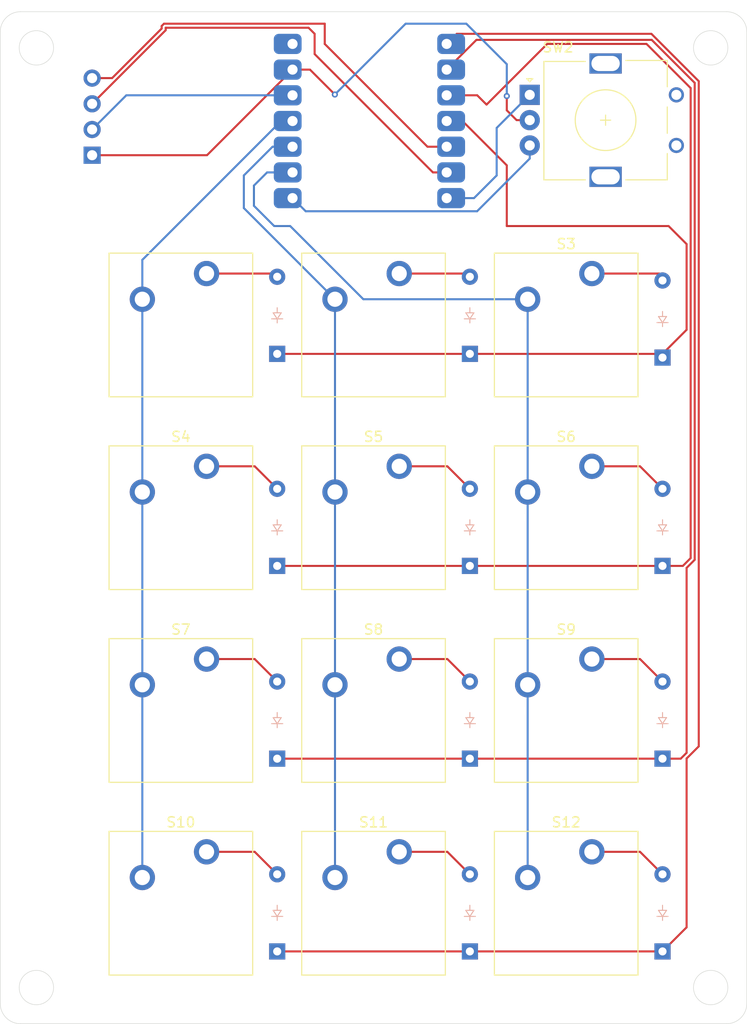
<source format=kicad_pcb>
(kicad_pcb (version 20240108) (generator "pcbnew") (generator_version "8.0")
  (layers (0 "F.Cu" signal) (31 "B.Cu" signal) (34 "B.Paste" user) (35 "F.Paste" user) (36 "B.SilkS" user "B.Silkscreen") (37 "F.SilkS" user "F.Silkscreen") (38 "B.Mask" user) (39 "F.Mask" user) (44 "Edge.Cuts" user))
  (net 0 "")
  (net 1 "Net-(D1-A)")
  (net 2 "Row 0")
  (net 3 "Net-(D2-A)")
  (net 4 "Net-(D3-A)")
  (net 5 "Row 1")
  (net 6 "Net-(D4-A)")
  (net 7 "Net-(D5-A)")
  (net 8 "Net-(D6-A)")
  (net 9 "Row 2")
  (net 10 "Net-(D7-A)")
  (net 11 "Net-(D8-A)")
  (net 12 "Net-(D9-A)")
  (net 13 "Row 3")
  (net 14 "Net-(D10-A)")
  (net 15 "Net-(D11-A)")
  (net 16 "Net-(D12-A)")
  (net 17 "Net-(J2-SCL)")
  (net 18 "+3.3V")
  (net 19 "Net-(J2-SDA)")
  (net 20 "GND")
  (net 21 "Column 0")
  (net 22 "Column 1")
  (net 23 "Column 2")
  (net 24 "Net-(U1-PB08_A6_D6_TX)")
  (net 25 "Net-(U1-PB09_A7_D7_RX)")
  (footprint "ScottoKeebs_MX:MX_PCB_1.00u" (layer "F.Cu") (at 142.875 123.825)
    (property "Reference" "S6" (at 0 -8 0) (layer "F.SilkS"))
    (property "Value" "Keyswitch")
    (fp_line (start -7.1 -7.1) (end -7.1 7.1) (stroke (width 0.12)) (layer "F.SilkS"))
    (fp_line (start -7.1 7.1) (end 7.1 7.1) (stroke (width 0.12)) (layer "F.SilkS"))
    (fp_line (start 7.1 -7.1) (end -7.1 -7.1) (stroke (width 0.12)) (layer "F.SilkS"))
    (fp_line (start 7.1 7.1) (end 7.1 -7.1) (stroke (width 0.12)) (layer "F.SilkS"))
    (pad "" np_thru_hole circle (at -5.08 0) (size 1.75 1.75) (drill 1.75) (layers "*.Cu" "*.Mask"))
    (pad "" np_thru_hole circle (at 0 0) (size 4 4) (drill 4) (layers "*.Cu" "*.Mask"))
    (pad "" np_thru_hole circle (at 5.08 0) (size 1.75 1.75) (drill 1.75) (layers "*.Cu" "*.Mask"))
    (pad "1" thru_hole circle (at -3.81 -2.54) (size 2.5 2.5) (drill 1.5) (layers "*.Cu" "*.Mask") (net 23 "Column 2"))
    (pad "2" thru_hole circle (at 2.54 -5.08) (size 2.5 2.5) (drill 1.5) (layers "*.Cu" "*.Mask") (net 8 "Net-(D6-A)"))
  )
  (footprint "Rotary_Encoder:RotaryEncoder_Alps_EC11E_Vertical_H20mm" (layer "F.Cu") (at 139.270504 82.034375)
    (property "Reference" "SW2" (at 2.8 -4.7 0) (layer "F.SilkS"))
    (property "Value" "RotaryEncoder")
    (fp_line (start -0.3 -1.6) (end 0.3 -1.6) (stroke (width 0.12)) (layer "F.SilkS"))
    (fp_line (start 0 -1.3) (end -0.3 -1.6) (stroke (width 0.12)) (layer "F.SilkS"))
    (fp_line (start 0.3 -1.6) (end 0 -1.3) (stroke (width 0.12)) (layer "F.SilkS"))
    (fp_line (start 1.4 -3.3) (end 1.4 8.4) (stroke (width 0.12)) (layer "F.SilkS"))
    (fp_line (start 5.5 -3.3) (end 1.4 -3.3) (stroke (width 0.12)) (layer "F.SilkS"))
    (fp_line (start 5.5 8.4) (end 1.4 8.4) (stroke (width 0.12)) (layer "F.SilkS"))
    (fp_line (start 7 2.5) (end 8 2.5) (stroke (width 0.12)) (layer "F.SilkS"))
    (fp_line (start 7.5 2) (end 7.5 3) (stroke (width 0.12)) (layer "F.SilkS"))
    (fp_line (start 9.5 -3.4) (end 13.6 -3.4) (stroke (width 0.12)) (layer "F.SilkS"))
    (fp_line (start 13.6 -3.4) (end 13.6 -0.8) (stroke (width 0.12)) (layer "F.SilkS"))
    (fp_line (start 13.6 1.2) (end 13.6 3.8) (stroke (width 0.12)) (layer "F.SilkS"))
    (fp_line (start 13.6 5.8) (end 13.6 8.4) (stroke (width 0.12)) (layer "F.SilkS"))
    (fp_line (start 13.6 8.4) (end 9.5 8.4) (stroke (width 0.12)) (layer "F.SilkS"))
    (fp_circle (center 7.5 2.5) (end 10.5 2.5) (stroke (width 0.12)) (fill none) (layer "F.SilkS"))
    (pad "" thru_hole circle (at 14.5 0) (size 1.5 1.5) (drill 1) (layers "*.Cu" "*.Mask"))
    (pad "" thru_hole circle (at 14.5 5) (size 1.5 1.5) (drill 1) (layers "*.Cu" "*.Mask"))
    (pad "A" thru_hole rect (at 0 0) (size 2 2) (drill 1) (layers "*.Cu" "*.Mask") (net 24 "Net-(U1-PB08_A6_D6_TX)"))
    (pad "B" thru_hole circle (at 0 5) (size 2 2) (drill 1) (layers "*.Cu" "*.Mask") (net 25 "Net-(U1-PB09_A7_D7_RX)"))
    (pad "C" thru_hole circle (at 0 2.5) (size 2 2) (drill 1) (layers "*.Cu" "*.Mask") (net 20 "GND"))
    (pad "MP" thru_hole rect (at 7.5 -3.1) (size 3.2 2) (drill oval 2.8 1.5) (layers "*.Cu" "*.Mask"))
    (pad "MP" thru_hole rect (at 7.5 8.1) (size 3.2 2) (drill oval 2.8 1.5) (layers "*.Cu" "*.Mask"))
  )
  (footprint "ScottoKeebs_MX:MX_PCB_1.00u" (layer "F.Cu") (at 104.775 142.875)
    (property "Reference" "S7" (at 0 -8 0) (layer "F.SilkS"))
    (property "Value" "Keyswitch")
    (fp_line (start -7.1 -7.1) (end -7.1 7.1) (stroke (width 0.12)) (layer "F.SilkS"))
    (fp_line (start -7.1 7.1) (end 7.1 7.1) (stroke (width 0.12)) (layer "F.SilkS"))
    (fp_line (start 7.1 -7.1) (end -7.1 -7.1) (stroke (width 0.12)) (layer "F.SilkS"))
    (fp_line (start 7.1 7.1) (end 7.1 -7.1) (stroke (width 0.12)) (layer "F.SilkS"))
    (pad "" np_thru_hole circle (at -5.08 0) (size 1.75 1.75) (drill 1.75) (layers "*.Cu" "*.Mask"))
    (pad "" np_thru_hole circle (at 0 0) (size 4 4) (drill 4) (layers "*.Cu" "*.Mask"))
    (pad "" np_thru_hole circle (at 5.08 0) (size 1.75 1.75) (drill 1.75) (layers "*.Cu" "*.Mask"))
    (pad "1" thru_hole circle (at -3.81 -2.54) (size 2.5 2.5) (drill 1.5) (layers "*.Cu" "*.Mask") (net 21 "Column 0"))
    (pad "2" thru_hole circle (at 2.54 -5.08) (size 2.5 2.5) (drill 1.5) (layers "*.Cu" "*.Mask") (net 10 "Net-(D7-A)"))
  )
  (footprint "ScottoKeebs_MX:MX_PCB_1.00u" (layer "F.Cu") (at 142.875 161.925)
    (property "Reference" "S12" (at 0 -8 0) (layer "F.SilkS"))
    (property "Value" "Keyswitch")
    (fp_line (start -7.1 -7.1) (end -7.1 7.1) (stroke (width 0.12)) (layer "F.SilkS"))
    (fp_line (start -7.1 7.1) (end 7.1 7.1) (stroke (width 0.12)) (layer "F.SilkS"))
    (fp_line (start 7.1 -7.1) (end -7.1 -7.1) (stroke (width 0.12)) (layer "F.SilkS"))
    (fp_line (start 7.1 7.1) (end 7.1 -7.1) (stroke (width 0.12)) (layer "F.SilkS"))
    (pad "" np_thru_hole circle (at -5.08 0) (size 1.75 1.75) (drill 1.75) (layers "*.Cu" "*.Mask"))
    (pad "" np_thru_hole circle (at 0 0) (size 4 4) (drill 4) (layers "*.Cu" "*.Mask"))
    (pad "" np_thru_hole circle (at 5.08 0) (size 1.75 1.75) (drill 1.75) (layers "*.Cu" "*.Mask"))
    (pad "1" thru_hole circle (at -3.81 -2.54) (size 2.5 2.5) (drill 1.5) (layers "*.Cu" "*.Mask") (net 23 "Column 2"))
    (pad "2" thru_hole circle (at 2.54 -5.08) (size 2.5 2.5) (drill 1.5) (layers "*.Cu" "*.Mask") (net 16 "Net-(D12-A)"))
  )
  (footprint "ScottoKeebs_MX:MX_PCB_1.00u" (layer "F.Cu") (at 123.825 123.825)
    (property "Reference" "S5" (at 0 -8 0) (layer "F.SilkS"))
    (property "Value" "Keyswitch")
    (fp_line (start -7.1 -7.1) (end -7.1 7.1) (stroke (width 0.12)) (layer "F.SilkS"))
    (fp_line (start -7.1 7.1) (end 7.1 7.1) (stroke (width 0.12)) (layer "F.SilkS"))
    (fp_line (start 7.1 -7.1) (end -7.1 -7.1) (stroke (width 0.12)) (layer "F.SilkS"))
    (fp_line (start 7.1 7.1) (end 7.1 -7.1) (stroke (width 0.12)) (layer "F.SilkS"))
    (pad "" np_thru_hole circle (at -5.08 0) (size 1.75 1.75) (drill 1.75) (layers "*.Cu" "*.Mask"))
    (pad "" np_thru_hole circle (at 0 0) (size 4 4) (drill 4) (layers "*.Cu" "*.Mask"))
    (pad "" np_thru_hole circle (at 5.08 0) (size 1.75 1.75) (drill 1.75) (layers "*.Cu" "*.Mask"))
    (pad "1" thru_hole circle (at -3.81 -2.54) (size 2.5 2.5) (drill 1.5) (layers "*.Cu" "*.Mask") (net 22 "Column 1"))
    (pad "2" thru_hole circle (at 2.54 -5.08) (size 2.5 2.5) (drill 1.5) (layers "*.Cu" "*.Mask") (net 7 "Net-(D5-A)"))
  )
  (footprint "ScottoKeebs_MX:MX_PCB_1.00u" (layer "F.Cu") (at 104.775 104.775)
    (property "Reference" "S1" (hide yes))
    (property "Value" "Keyswitch")
    (fp_line (start -7.1 -7.1) (end -7.1 7.1) (stroke (width 0.12)) (layer "F.SilkS"))
    (fp_line (start -7.1 7.1) (end 7.1 7.1) (stroke (width 0.12)) (layer "F.SilkS"))
    (fp_line (start 7.1 -7.1) (end -7.1 -7.1) (stroke (width 0.12)) (layer "F.SilkS"))
    (fp_line (start 7.1 7.1) (end 7.1 -7.1) (stroke (width 0.12)) (layer "F.SilkS"))
    (pad "" np_thru_hole circle (at -5.08 0) (size 1.75 1.75) (drill 1.75) (layers "*.Cu" "*.Mask"))
    (pad "" np_thru_hole circle (at 0 0) (size 4 4) (drill 4) (layers "*.Cu" "*.Mask"))
    (pad "" np_thru_hole circle (at 5.08 0) (size 1.75 1.75) (drill 1.75) (layers "*.Cu" "*.Mask"))
    (pad "1" thru_hole circle (at -3.81 -2.54) (size 2.5 2.5) (drill 1.5) (layers "*.Cu" "*.Mask") (net 21 "Column 0"))
    (pad "2" thru_hole circle (at 2.54 -5.08) (size 2.5 2.5) (drill 1.5) (layers "*.Cu" "*.Mask") (net 1 "Net-(D1-A)"))
  )
  (footprint "ScottoKeebs_Components:OLED_128x32" (layer "F.Cu") (at 94.4 78.2)
    (property "Reference" "J2" (hide yes))
    (property "Value" "OLED_128x32")
    (pad "1" thru_hole rect (at 1.6 9.8 180) (size 1.7 1.7) (drill 1) (layers "*.Cu" "*.Mask") (net 20 "GND"))
    (pad "2" thru_hole oval (at 1.6 7.26 180) (size 1.7 1.7) (drill 1) (layers "*.Cu" "*.Mask") (net 18 "+3.3V"))
    (pad "3" thru_hole oval (at 1.6 4.72 180) (size 1.7 1.7) (drill 1) (layers "*.Cu" "*.Mask") (net 17 "Net-(J2-SCL)"))
    (pad "4" thru_hole oval (at 1.6 2.18 180) (size 1.7 1.7) (drill 1) (layers "*.Cu" "*.Mask") (net 19 "Net-(J2-SDA)"))
  )
  (footprint "ScottoKeebs_MX:MX_PCB_1.00u" (layer "F.Cu") (at 123.825 104.775)
    (property "Reference" "S2" (hide yes))
    (property "Value" "Keyswitch")
    (fp_line (start -7.1 -7.1) (end -7.1 7.1) (stroke (width 0.12)) (layer "F.SilkS"))
    (fp_line (start -7.1 7.1) (end 7.1 7.1) (stroke (width 0.12)) (layer "F.SilkS"))
    (fp_line (start 7.1 -7.1) (end -7.1 -7.1) (stroke (width 0.12)) (layer "F.SilkS"))
    (fp_line (start 7.1 7.1) (end 7.1 -7.1) (stroke (width 0.12)) (layer "F.SilkS"))
    (pad "" np_thru_hole circle (at -5.08 0) (size 1.75 1.75) (drill 1.75) (layers "*.Cu" "*.Mask"))
    (pad "" np_thru_hole circle (at 0 0) (size 4 4) (drill 4) (layers "*.Cu" "*.Mask"))
    (pad "" np_thru_hole circle (at 5.08 0) (size 1.75 1.75) (drill 1.75) (layers "*.Cu" "*.Mask"))
    (pad "1" thru_hole circle (at -3.81 -2.54) (size 2.5 2.5) (drill 1.5) (layers "*.Cu" "*.Mask") (net 22 "Column 1"))
    (pad "2" thru_hole circle (at 2.54 -5.08) (size 2.5 2.5) (drill 1.5) (layers "*.Cu" "*.Mask") (net 3 "Net-(D2-A)"))
  )
  (footprint "ScottoKeebs_MX:MX_PCB_1.00u" (layer "F.Cu") (at 123.825 142.875)
    (property "Reference" "S8" (at 0 -8 0) (layer "F.SilkS"))
    (property "Value" "Keyswitch")
    (fp_line (start -7.1 -7.1) (end -7.1 7.1) (stroke (width 0.12)) (layer "F.SilkS"))
    (fp_line (start -7.1 7.1) (end 7.1 7.1) (stroke (width 0.12)) (layer "F.SilkS"))
    (fp_line (start 7.1 -7.1) (end -7.1 -7.1) (stroke (width 0.12)) (layer "F.SilkS"))
    (fp_line (start 7.1 7.1) (end 7.1 -7.1) (stroke (width 0.12)) (layer "F.SilkS"))
    (pad "" np_thru_hole circle (at -5.08 0) (size 1.75 1.75) (drill 1.75) (layers "*.Cu" "*.Mask"))
    (pad "" np_thru_hole circle (at 0 0) (size 4 4) (drill 4) (layers "*.Cu" "*.Mask"))
    (pad "" np_thru_hole circle (at 5.08 0) (size 1.75 1.75) (drill 1.75) (layers "*.Cu" "*.Mask"))
    (pad "1" thru_hole circle (at -3.81 -2.54) (size 2.5 2.5) (drill 1.5) (layers "*.Cu" "*.Mask") (net 22 "Column 1"))
    (pad "2" thru_hole circle (at 2.54 -5.08) (size 2.5 2.5) (drill 1.5) (layers "*.Cu" "*.Mask") (net 11 "Net-(D8-A)"))
  )
  (footprint "ScottoKeebs_MX:MX_PCB_1.00u" (layer "F.Cu") (at 104.775 161.925)
    (property "Reference" "S10" (at 0 -8 0) (layer "F.SilkS"))
    (property "Value" "Keyswitch")
    (fp_line (start -7.1 -7.1) (end -7.1 7.1) (stroke (width 0.12)) (layer "F.SilkS"))
    (fp_line (start -7.1 7.1) (end 7.1 7.1) (stroke (width 0.12)) (layer "F.SilkS"))
    (fp_line (start 7.1 -7.1) (end -7.1 -7.1) (stroke (width 0.12)) (layer "F.SilkS"))
    (fp_line (start 7.1 7.1) (end 7.1 -7.1) (stroke (width 0.12)) (layer "F.SilkS"))
    (pad "" np_thru_hole circle (at -5.08 0) (size 1.75 1.75) (drill 1.75) (layers "*.Cu" "*.Mask"))
    (pad "" np_thru_hole circle (at 0 0) (size 4 4) (drill 4) (layers "*.Cu" "*.Mask"))
    (pad "" np_thru_hole circle (at 5.08 0) (size 1.75 1.75) (drill 1.75) (layers "*.Cu" "*.Mask"))
    (pad "1" thru_hole circle (at -3.81 -2.54) (size 2.5 2.5) (drill 1.5) (layers "*.Cu" "*.Mask") (net 21 "Column 0"))
    (pad "2" thru_hole circle (at 2.54 -5.08) (size 2.5 2.5) (drill 1.5) (layers "*.Cu" "*.Mask") (net 14 "Net-(D10-A)"))
  )
  (footprint "ScottoKeebs_MX:MX_PCB_1.00u" (layer "F.Cu") (at 123.825 161.925)
    (property "Reference" "S11" (at 0 -8 0) (layer "F.SilkS"))
    (property "Value" "Keyswitch")
    (fp_line (start -7.1 -7.1) (end -7.1 7.1) (stroke (width 0.12)) (layer "F.SilkS"))
    (fp_line (start -7.1 7.1) (end 7.1 7.1) (stroke (width 0.12)) (layer "F.SilkS"))
    (fp_line (start 7.1 -7.1) (end -7.1 -7.1) (stroke (width 0.12)) (layer "F.SilkS"))
    (fp_line (start 7.1 7.1) (end 7.1 -7.1) (stroke (width 0.12)) (layer "F.SilkS"))
    (pad "" np_thru_hole circle (at -5.08 0) (size 1.75 1.75) (drill 1.75) (layers "*.Cu" "*.Mask"))
    (pad "" np_thru_hole circle (at 0 0) (size 4 4) (drill 4) (layers "*.Cu" "*.Mask"))
    (pad "" np_thru_hole circle (at 5.08 0) (size 1.75 1.75) (drill 1.75) (layers "*.Cu" "*.Mask"))
    (pad "1" thru_hole circle (at -3.81 -2.54) (size 2.5 2.5) (drill 1.5) (layers "*.Cu" "*.Mask") (net 22 "Column 1"))
    (pad "2" thru_hole circle (at 2.54 -5.08) (size 2.5 2.5) (drill 1.5) (layers "*.Cu" "*.Mask") (net 15 "Net-(D11-A)"))
  )
  (footprint "ScottoKeebs_MX:MX_PCB_1.00u" (layer "F.Cu") (at 142.875 104.775)
    (property "Reference" "S3" (at 0 -8 0) (layer "F.SilkS"))
    (property "Value" "Keyswitch")
    (fp_line (start -7.1 -7.1) (end -7.1 7.1) (stroke (width 0.12)) (layer "F.SilkS"))
    (fp_line (start -7.1 7.1) (end 7.1 7.1) (stroke (width 0.12)) (layer "F.SilkS"))
    (fp_line (start 7.1 -7.1) (end -7.1 -7.1) (stroke (width 0.12)) (layer "F.SilkS"))
    (fp_line (start 7.1 7.1) (end 7.1 -7.1) (stroke (width 0.12)) (layer "F.SilkS"))
    (pad "" np_thru_hole circle (at -5.08 0) (size 1.75 1.75) (drill 1.75) (layers "*.Cu" "*.Mask"))
    (pad "" np_thru_hole circle (at 0 0) (size 4 4) (drill 4) (layers "*.Cu" "*.Mask"))
    (pad "" np_thru_hole circle (at 5.08 0) (size 1.75 1.75) (drill 1.75) (layers "*.Cu" "*.Mask"))
    (pad "1" thru_hole circle (at -3.81 -2.54) (size 2.5 2.5) (drill 1.5) (layers "*.Cu" "*.Mask") (net 23 "Column 2"))
    (pad "2" thru_hole circle (at 2.54 -5.08) (size 2.5 2.5) (drill 1.5) (layers "*.Cu" "*.Mask") (net 4 "Net-(D3-A)"))
  )
  (footprint "ScottoKeebs_MX:MX_PCB_1.00u" (layer "F.Cu") (at 142.875 142.875)
    (property "Reference" "S9" (at 0 -8 0) (layer "F.SilkS"))
    (property "Value" "Keyswitch")
    (fp_line (start -7.1 -7.1) (end -7.1 7.1) (stroke (width 0.12)) (layer "F.SilkS"))
    (fp_line (start -7.1 7.1) (end 7.1 7.1) (stroke (width 0.12)) (layer "F.SilkS"))
    (fp_line (start 7.1 -7.1) (end -7.1 -7.1) (stroke (width 0.12)) (layer "F.SilkS"))
    (fp_line (start 7.1 7.1) (end 7.1 -7.1) (stroke (width 0.12)) (layer "F.SilkS"))
    (pad "" np_thru_hole circle (at -5.08 0) (size 1.75 1.75) (drill 1.75) (layers "*.Cu" "*.Mask"))
    (pad "" np_thru_hole circle (at 0 0) (size 4 4) (drill 4) (layers "*.Cu" "*.Mask"))
    (pad "" np_thru_hole circle (at 5.08 0) (size 1.75 1.75) (drill 1.75) (layers "*.Cu" "*.Mask"))
    (pad "1" thru_hole circle (at -3.81 -2.54) (size 2.5 2.5) (drill 1.5) (layers "*.Cu" "*.Mask") (net 23 "Column 2"))
    (pad "2" thru_hole circle (at 2.54 -5.08) (size 2.5 2.5) (drill 1.5) (layers "*.Cu" "*.Mask") (net 12 "Net-(D9-A)"))
  )
  (footprint "ScottoKeebs_MX:MX_PCB_1.00u" (layer "F.Cu") (at 104.775 123.825)
    (property "Reference" "S4" (at 0 -8 0) (layer "F.SilkS"))
    (property "Value" "Keyswitch")
    (fp_line (start -7.1 -7.1) (end -7.1 7.1) (stroke (width 0.12)) (layer "F.SilkS"))
    (fp_line (start -7.1 7.1) (end 7.1 7.1) (stroke (width 0.12)) (layer "F.SilkS"))
    (fp_line (start 7.1 -7.1) (end -7.1 -7.1) (stroke (width 0.12)) (layer "F.SilkS"))
    (fp_line (start 7.1 7.1) (end 7.1 -7.1) (stroke (width 0.12)) (layer "F.SilkS"))
    (pad "" np_thru_hole circle (at -5.08 0) (size 1.75 1.75) (drill 1.75) (layers "*.Cu" "*.Mask"))
    (pad "" np_thru_hole circle (at 0 0) (size 4 4) (drill 4) (layers "*.Cu" "*.Mask"))
    (pad "" np_thru_hole circle (at 5.08 0) (size 1.75 1.75) (drill 1.75) (layers "*.Cu" "*.Mask"))
    (pad "1" thru_hole circle (at -3.81 -2.54) (size 2.5 2.5) (drill 1.5) (layers "*.Cu" "*.Mask") (net 21 "Column 0"))
    (pad "2" thru_hole circle (at 2.54 -5.08) (size 2.5 2.5) (drill 1.5) (layers "*.Cu" "*.Mask") (net 6 "Net-(D4-A)"))
  )
  (footprint "ScottoKeebs_Components:Diode_DO-35" (layer "B.Cu") (at 152.4 147.6375 90)
    (property "Reference" "D9" (hide yes))
    (property "Value" "Diode" (hide yes))
    (fp_line (start 3.46 -0.55) (end 3.46 0.55) (stroke (width 0.1)) (layer "B.SilkS"))
    (fp_line (start 4.06 -0.4) (end 4.06 0.4) (stroke (width 0.1)) (layer "B.SilkS"))
    (fp_line (start 4.56 0) (end 4.06 0) (stroke (width 0.1)) (layer "B.SilkS"))
    (fp_line (start 3.46 0) (end 4.06 -0.4) (stroke (width 0.1)) (layer "B.SilkS"))
    (fp_line (start 3.46 0) (end 3.06 0) (stroke (width 0.1)) (layer "B.SilkS"))
    (fp_line (start 4.06 0.4) (end 3.46 0) (stroke (width 0.1)) (layer "B.SilkS"))
    (pad "1" thru_hole rect (at 0 0 90) (size 1.6 1.6) (drill 0.8) (layers "*.Cu" "*.Mask") (net 9 "Row 2"))
    (pad "2" thru_hole oval (at 7.62 0 90) (size 1.6 1.6) (drill 0.8) (layers "*.Cu" "*.Mask") (net 12 "Net-(D9-A)"))
  )
  (footprint "ScottoKeebs_Components:Diode_DO-35" (layer "B.Cu") (at 114.3 107.6325 90)
    (property "Reference" "D1" (hide yes))
    (property "Value" "Diode" (hide yes))
    (fp_line (start 3.46 -0.55) (end 3.46 0.55) (stroke (width 0.1)) (layer "B.SilkS"))
    (fp_line (start 4.06 -0.4) (end 4.06 0.4) (stroke (width 0.1)) (layer "B.SilkS"))
    (fp_line (start 4.56 0) (end 4.06 0) (stroke (width 0.1)) (layer "B.SilkS"))
    (fp_line (start 3.46 0) (end 4.06 -0.4) (stroke (width 0.1)) (layer "B.SilkS"))
    (fp_line (start 3.46 0) (end 3.06 0) (stroke (width 0.1)) (layer "B.SilkS"))
    (fp_line (start 4.06 0.4) (end 3.46 0) (stroke (width 0.1)) (layer "B.SilkS"))
    (pad "1" thru_hole rect (at 0 0 90) (size 1.6 1.6) (drill 0.8) (layers "*.Cu" "*.Mask") (net 2 "Row 0"))
    (pad "2" thru_hole oval (at 7.62 0 90) (size 1.6 1.6) (drill 0.8) (layers "*.Cu" "*.Mask") (net 1 "Net-(D1-A)"))
  )
  (footprint "ScottoKeebs_Components:Diode_DO-35" (layer "B.Cu") (at 133.35 128.5875 90)
    (property "Reference" "D5" (hide yes))
    (property "Value" "Diode" (hide yes))
    (fp_line (start 3.46 -0.55) (end 3.46 0.55) (stroke (width 0.1)) (layer "B.SilkS"))
    (fp_line (start 4.06 -0.4) (end 4.06 0.4) (stroke (width 0.1)) (layer "B.SilkS"))
    (fp_line (start 4.56 0) (end 4.06 0) (stroke (width 0.1)) (layer "B.SilkS"))
    (fp_line (start 3.46 0) (end 4.06 -0.4) (stroke (width 0.1)) (layer "B.SilkS"))
    (fp_line (start 3.46 0) (end 3.06 0) (stroke (width 0.1)) (layer "B.SilkS"))
    (fp_line (start 4.06 0.4) (end 3.46 0) (stroke (width 0.1)) (layer "B.SilkS"))
    (pad "1" thru_hole rect (at 0 0 90) (size 1.6 1.6) (drill 0.8) (layers "*.Cu" "*.Mask") (net 5 "Row 1"))
    (pad "2" thru_hole oval (at 7.62 0 90) (size 1.6 1.6) (drill 0.8) (layers "*.Cu" "*.Mask") (net 7 "Net-(D5-A)"))
  )
  (footprint "ScottoKeebs_Components:Diode_DO-35" (layer "B.Cu") (at 133.35 166.6875 90)
    (property "Reference" "D11" (hide yes))
    (property "Value" "Diode" (hide yes))
    (fp_line (start 3.46 -0.55) (end 3.46 0.55) (stroke (width 0.1)) (layer "B.SilkS"))
    (fp_line (start 4.06 -0.4) (end 4.06 0.4) (stroke (width 0.1)) (layer "B.SilkS"))
    (fp_line (start 4.56 0) (end 4.06 0) (stroke (width 0.1)) (layer "B.SilkS"))
    (fp_line (start 3.46 0) (end 4.06 -0.4) (stroke (width 0.1)) (layer "B.SilkS"))
    (fp_line (start 3.46 0) (end 3.06 0) (stroke (width 0.1)) (layer "B.SilkS"))
    (fp_line (start 4.06 0.4) (end 3.46 0) (stroke (width 0.1)) (layer "B.SilkS"))
    (pad "1" thru_hole rect (at 0 0 90) (size 1.6 1.6) (drill 0.8) (layers "*.Cu" "*.Mask") (net 13 "Row 3"))
    (pad "2" thru_hole oval (at 7.62 0 90) (size 1.6 1.6) (drill 0.8) (layers "*.Cu" "*.Mask") (net 15 "Net-(D11-A)"))
  )
  (footprint "ScottoKeebs_MCU:Seeed_XIAO_RP2040" (layer "B.Cu") (at 123.437086 84.62 180)
    (property "Reference" "U1" (hide yes))
    (property "Value" "MCU_Seeed_XIAO_RP2040" (hide yes))
    (pad "1" smd roundrect (at -8.065 7.62 180) (size 2.75 2) (layers "B.Cu" "B.Paste" "B.Mask") (net 13 "Row 3"))
    (pad "1" thru_hole rect (at -7.62 7.62 90) (size 1.6 1.6) (drill 1) (layers "*.Cu" "*.Mask") (net 13 "Row 3"))
    (pad "2" smd roundrect (at -8.065 5.08 180) (size 2.75 2) (layers "B.Cu" "B.Paste" "B.Mask") (net 9 "Row 2"))
    (pad "2" thru_hole circle (at -7.62 5.08 90) (size 1.6 1.6) (drill 1) (layers "*.Cu" "*.Mask") (net 9 "Row 2"))
    (pad "3" smd roundrect (at -8.065 2.54 180) (size 2.75 2) (layers "B.Cu" "B.Paste" "B.Mask") (net 5 "Row 1"))
    (pad "3" thru_hole circle (at -7.62 2.54 90) (size 1.6 1.6) (drill 1) (layers "*.Cu" "*.Mask") (net 5 "Row 1"))
    (pad "4" smd roundrect (at -8.065 0 180) (size 2.75 2) (layers "B.Cu" "B.Paste" "B.Mask") (net 2 "Row 0"))
    (pad "4" thru_hole circle (at -7.62 0 90) (size 1.6 1.6) (drill 1) (layers "*.Cu" "*.Mask") (net 2 "Row 0"))
    (pad "5" smd roundrect (at -8.065 -2.54 180) (size 2.75 2) (layers "B.Cu" "B.Paste" "B.Mask") (net 19 "Net-(J2-SDA)"))
    (pad "5" thru_hole circle (at -7.62 -2.54 90) (size 1.6 1.6) (drill 1) (layers "*.Cu" "*.Mask") (net 19 "Net-(J2-SDA)"))
    (pad "6" smd roundrect (at -8.065 -5.08 180) (size 2.75 2) (layers "B.Cu" "B.Paste" "B.Mask") (net 17 "Net-(J2-SCL)"))
    (pad "6" thru_hole circle (at -7.62 -5.08 90) (size 1.6 1.6) (drill 1) (layers "*.Cu" "*.Mask") (net 17 "Net-(J2-SCL)"))
    (pad "7" smd roundrect (at -8.065 -7.62 180) (size 2.75 2) (layers "B.Cu" "B.Paste" "B.Mask") (net 24 "Net-(U1-PB08_A6_D6_TX)"))
    (pad "7" thru_hole circle (at -7.62 -7.62 90) (size 1.6 1.6) (drill 1) (layers "*.Cu" "*.Mask") (net 24 "Net-(U1-PB08_A6_D6_TX)"))
    (pad "8" thru_hole circle (at 7.62 -7.62 90) (size 1.6 1.6) (drill 1) (layers "*.Cu" "*.Mask") (net 25 "Net-(U1-PB09_A7_D7_RX)"))
    (pad "8" smd roundrect (at 8.1 -7.62 180) (size 2.75 2) (layers "B.Cu" "B.Paste" "B.Mask") (net 25 "Net-(U1-PB09_A7_D7_RX)"))
    (pad "9" thru_hole circle (at 7.62 -5.08 90) (size 1.6 1.6) (drill 1) (layers "*.Cu" "*.Mask") (net 23 "Column 2"))
    (pad "9" smd roundrect (at 8.1 -5.08 180) (size 2.75 2) (layers "B.Cu" "B.Paste" "B.Mask") (net 23 "Column 2"))
    (pad "10" thru_hole circle (at 7.62 -2.54 90) (size 1.6 1.6) (drill 1) (layers "*.Cu" "*.Mask") (net 22 "Column 1"))
    (pad "10" smd roundrect (at 8.1 -2.54 180) (size 2.75 2) (layers "B.Cu" "B.Paste" "B.Mask") (net 22 "Column 1"))
    (pad "11" thru_hole circle (at 7.62 0 90) (size 1.6 1.6) (drill 1) (layers "*.Cu" "*.Mask") (net 21 "Column 0"))
    (pad "11" smd roundrect (at 8.1 0 180) (size 2.75 2) (layers "B.Cu" "B.Paste" "B.Mask") (net 21 "Column 0"))
    (pad "12" thru_hole circle (at 7.62 2.54 90) (size 1.6 1.6) (drill 1) (layers "*.Cu" "*.Mask") (net 18 "+3.3V"))
    (pad "12" smd roundrect (at 8.1 2.54 180) (size 2.75 2) (layers "B.Cu" "B.Paste" "B.Mask") (net 18 "+3.3V"))
    (pad "13" thru_hole circle (at 7.62 5.08 90) (size 1.6 1.6) (drill 1) (layers "*.Cu" "*.Mask") (net 20 "GND"))
    (pad "13" smd roundrect (at 8.1 5.08 180) (size 2.75 2) (layers "B.Cu" "B.Paste" "B.Mask") (net 20 "GND"))
    (pad "14" thru_hole circle (at 7.62 7.62 90) (size 1.6 1.6) (drill 1) (layers "*.Cu" "*.Mask"))
    (pad "14" smd roundrect (at 8.1 7.62 180) (size 2.75 2) (layers "B.Cu" "B.Paste" "B.Mask"))
  )
  (footprint "ScottoKeebs_Components:Diode_DO-35" (layer "B.Cu") (at 133.35 147.6375 90)
    (property "Reference" "D8" (hide yes))
    (property "Value" "Diode" (hide yes))
    (fp_line (start 3.46 -0.55) (end 3.46 0.55) (stroke (width 0.1)) (layer "B.SilkS"))
    (fp_line (start 4.06 -0.4) (end 4.06 0.4) (stroke (width 0.1)) (layer "B.SilkS"))
    (fp_line (start 4.56 0) (end 4.06 0) (stroke (width 0.1)) (layer "B.SilkS"))
    (fp_line (start 3.46 0) (end 4.06 -0.4) (stroke (width 0.1)) (layer "B.SilkS"))
    (fp_line (start 3.46 0) (end 3.06 0) (stroke (width 0.1)) (layer "B.SilkS"))
    (fp_line (start 4.06 0.4) (end 3.46 0) (stroke (width 0.1)) (layer "B.SilkS"))
    (pad "1" thru_hole rect (at 0 0 90) (size 1.6 1.6) (drill 0.8) (layers "*.Cu" "*.Mask") (net 9 "Row 2"))
    (pad "2" thru_hole oval (at 7.62 0 90) (size 1.6 1.6) (drill 0.8) (layers "*.Cu" "*.Mask") (net 11 "Net-(D8-A)"))
  )
  (footprint "ScottoKeebs_Components:Diode_DO-35" (layer "B.Cu") (at 114.3 147.6375 90)
    (property "Reference" "D7" (hide yes))
    (property "Value" "Diode" (hide yes))
    (fp_line (start 3.46 -0.55) (end 3.46 0.55) (stroke (width 0.1)) (layer "B.SilkS"))
    (fp_line (start 4.06 -0.4) (end 4.06 0.4) (stroke (width 0.1)) (layer "B.SilkS"))
    (fp_line (start 4.56 0) (end 4.06 0) (stroke (width 0.1)) (layer "B.SilkS"))
    (fp_line (start 3.46 0) (end 4.06 -0.4) (stroke (width 0.1)) (layer "B.SilkS"))
    (fp_line (start 3.46 0) (end 3.06 0) (stroke (width 0.1)) (layer "B.SilkS"))
    (fp_line (start 4.06 0.4) (end 3.46 0) (stroke (width 0.1)) (layer "B.SilkS"))
    (pad "1" thru_hole rect (at 0 0 90) (size 1.6 1.6) (drill 0.8) (layers "*.Cu" "*.Mask") (net 9 "Row 2"))
    (pad "2" thru_hole oval (at 7.62 0 90) (size 1.6 1.6) (drill 0.8) (layers "*.Cu" "*.Mask") (net 10 "Net-(D7-A)"))
  )
  (footprint "ScottoKeebs_Components:Diode_DO-35" (layer "B.Cu") (at 114.3 128.5875 90)
    (property "Reference" "D4" (hide yes))
    (property "Value" "Diode" (hide yes))
    (fp_line (start 3.46 -0.55) (end 3.46 0.55) (stroke (width 0.1)) (layer "B.SilkS"))
    (fp_line (start 4.06 -0.4) (end 4.06 0.4) (stroke (width 0.1)) (layer "B.SilkS"))
    (fp_line (start 4.56 0) (end 4.06 0) (stroke (width 0.1)) (layer "B.SilkS"))
    (fp_line (start 3.46 0) (end 4.06 -0.4) (stroke (width 0.1)) (layer "B.SilkS"))
    (fp_line (start 3.46 0) (end 3.06 0) (stroke (width 0.1)) (layer "B.SilkS"))
    (fp_line (start 4.06 0.4) (end 3.46 0) (stroke (width 0.1)) (layer "B.SilkS"))
    (pad "1" thru_hole rect (at 0 0 90) (size 1.6 1.6) (drill 0.8) (layers "*.Cu" "*.Mask") (net 5 "Row 1"))
    (pad "2" thru_hole oval (at 7.62 0 90) (size 1.6 1.6) (drill 0.8) (layers "*.Cu" "*.Mask") (net 6 "Net-(D4-A)"))
  )
  (footprint "ScottoKeebs_Components:Diode_DO-35" (layer "B.Cu") (at 133.35 107.6325 90)
    (property "Reference" "D2" (hide yes))
    (property "Value" "Diode" (hide yes))
    (fp_line (start 3.46 -0.55) (end 3.46 0.55) (stroke (width 0.1)) (layer "B.SilkS"))
    (fp_line (start 4.06 -0.4) (end 4.06 0.4) (stroke (width 0.1)) (layer "B.SilkS"))
    (fp_line (start 4.56 0) (end 4.06 0) (stroke (width 0.1)) (layer "B.SilkS"))
    (fp_line (start 3.46 0) (end 4.06 -0.4) (stroke (width 0.1)) (layer "B.SilkS"))
    (fp_line (start 3.46 0) (end 3.06 0) (stroke (width 0.1)) (layer "B.SilkS"))
    (fp_line (start 4.06 0.4) (end 3.46 0) (stroke (width 0.1)) (layer "B.SilkS"))
    (pad "1" thru_hole rect (at 0 0 90) (size 1.6 1.6) (drill 0.8) (layers "*.Cu" "*.Mask") (net 2 "Row 0"))
    (pad "2" thru_hole oval (at 7.62 0 90) (size 1.6 1.6) (drill 0.8) (layers "*.Cu" "*.Mask") (net 3 "Net-(D2-A)"))
  )
  (footprint "ScottoKeebs_Components:Diode_DO-35" (layer "B.Cu") (at 152.4 166.6875 90)
    (property "Reference" "D12" (hide yes))
    (property "Value" "Diode" (hide yes))
    (fp_line (start 3.46 -0.55) (end 3.46 0.55) (stroke (width 0.1)) (layer "B.SilkS"))
    (fp_line (start 4.06 -0.4) (end 4.06 0.4) (stroke (width 0.1)) (layer "B.SilkS"))
    (fp_line (start 4.56 0) (end 4.06 0) (stroke (width 0.1)) (layer "B.SilkS"))
    (fp_line (start 3.46 0) (end 4.06 -0.4) (stroke (width 0.1)) (layer "B.SilkS"))
    (fp_line (start 3.46 0) (end 3.06 0) (stroke (width 0.1)) (layer "B.SilkS"))
    (fp_line (start 4.06 0.4) (end 3.46 0) (stroke (width 0.1)) (layer "B.SilkS"))
    (pad "1" thru_hole rect (at 0 0 90) (size 1.6 1.6) (drill 0.8) (layers "*.Cu" "*.Mask") (net 13 "Row 3"))
    (pad "2" thru_hole oval (at 7.62 0 90) (size 1.6 1.6) (drill 0.8) (layers "*.Cu" "*.Mask") (net 16 "Net-(D12-A)"))
  )
  (footprint "ScottoKeebs_Components:Diode_DO-35" (layer "B.Cu") (at 152.4 108 90)
    (property "Reference" "D3" (hide yes))
    (property "Value" "Diode" (hide yes))
    (fp_line (start 3.46 -0.55) (end 3.46 0.55) (stroke (width 0.1)) (layer "B.SilkS"))
    (fp_line (start 4.06 -0.4) (end 4.06 0.4) (stroke (width 0.1)) (layer "B.SilkS"))
    (fp_line (start 4.56 0) (end 4.06 0) (stroke (width 0.1)) (layer "B.SilkS"))
    (fp_line (start 3.46 0) (end 4.06 -0.4) (stroke (width 0.1)) (layer "B.SilkS"))
    (fp_line (start 3.46 0) (end 3.06 0) (stroke (width 0.1)) (layer "B.SilkS"))
    (fp_line (start 4.06 0.4) (end 3.46 0) (stroke (width 0.1)) (layer "B.SilkS"))
    (pad "1" thru_hole rect (at 0 0 90) (size 1.6 1.6) (drill 0.8) (layers "*.Cu" "*.Mask") (net 2 "Row 0"))
    (pad "2" thru_hole oval (at 7.62 0 90) (size 1.6 1.6) (drill 0.8) (layers "*.Cu" "*.Mask") (net 4 "Net-(D3-A)"))
  )
  (footprint "ScottoKeebs_Components:Diode_DO-35" (layer "B.Cu") (at 114.3 166.6875 90)
    (property "Reference" "D10" (hide yes))
    (property "Value" "Diode" (hide yes))
    (fp_line (start 3.46 -0.55) (end 3.46 0.55) (stroke (width 0.1)) (layer "B.SilkS"))
    (fp_line (start 4.06 -0.4) (end 4.06 0.4) (stroke (width 0.1)) (layer "B.SilkS"))
    (fp_line (start 4.56 0) (end 4.06 0) (stroke (width 0.1)) (layer "B.SilkS"))
    (fp_line (start 3.46 0) (end 4.06 -0.4) (stroke (width 0.1)) (layer "B.SilkS"))
    (fp_line (start 3.46 0) (end 3.06 0) (stroke (width 0.1)) (layer "B.SilkS"))
    (fp_line (start 4.06 0.4) (end 3.46 0) (stroke (width 0.1)) (layer "B.SilkS"))
    (pad "1" thru_hole rect (at 0 0 90) (size 1.6 1.6) (drill 0.8) (layers "*.Cu" "*.Mask") (net 13 "Row 3"))
    (pad "2" thru_hole oval (at 7.62 0 90) (size 1.6 1.6) (drill 0.8) (layers "*.Cu" "*.Mask") (net 14 "Net-(D10-A)"))
  )
  (footprint "ScottoKeebs_Components:Diode_DO-35" (layer "B.Cu") (at 152.4 128.5875 90)
    (property "Reference" "D6" (hide yes))
    (property "Value" "Diode" (hide yes))
    (fp_line (start 3.46 -0.55) (end 3.46 0.55) (stroke (width 0.1)) (layer "B.SilkS"))
    (fp_line (start 4.06 -0.4) (end 4.06 0.4) (stroke (width 0.1)) (layer "B.SilkS"))
    (fp_line (start 4.56 0) (end 4.06 0) (stroke (width 0.1)) (layer "B.SilkS"))
    (fp_line (start 3.46 0) (end 4.06 -0.4) (stroke (width 0.1)) (layer "B.SilkS"))
    (fp_line (start 3.46 0) (end 3.06 0) (stroke (width 0.1)) (layer "B.SilkS"))
    (fp_line (start 4.06 0.4) (end 3.46 0) (stroke (width 0.1)) (layer "B.SilkS"))
    (pad "1" thru_hole rect (at 0 0 90) (size 1.6 1.6) (drill 0.8) (layers "*.Cu" "*.Mask") (net 5 "Row 1"))
    (pad "2" thru_hole oval (at 7.62 0 90) (size 1.6 1.6) (drill 0.8) (layers "*.Cu" "*.Mask") (net 8 "Net-(D6-A)"))
  )
  (gr_line (start 88.915625 73.81875) (end 158.734375 73.81875) (stroke (width 0.05)) (layer "Edge.Cuts"))
  (gr_arc (start 86.915625 75.81875) (mid 87.501397 74.404522) (end 88.915625 73.81875) (stroke (width 0.05)) (layer "Edge.Cuts"))
  (gr_arc (start 88.915625 173.83125) (mid 87.501397 173.245478) (end 86.915625 171.83125) (stroke (width 0.05)) (layer "Edge.Cuts"))
  (gr_line (start 160.734375 75.81875) (end 160.734375 171.83125) (stroke (width 0.05)) (layer "Edge.Cuts"))
  (gr_circle (center 90.4875 170.259375) (end 92.1875 170.259375) (stroke (width 0.05)) (fill none) (layer "Edge.Cuts"))
  (gr_arc (start 160.734375 171.83125) (mid 160.148603 173.245478) (end 158.734375 173.83125) (stroke (width 0.05)) (layer "Edge.Cuts"))
  (gr_line (start 86.915625 171.83125) (end 86.915625 75.81875) (stroke (width 0.05)) (layer "Edge.Cuts"))
  (gr_circle (center 90.4875 77.390625) (end 92.1875 77.390625) (stroke (width 0.05)) (fill none) (layer "Edge.Cuts"))
  (gr_line (start 158.734375 173.83125) (end 88.915625 173.83125) (stroke (width 0.05)) (layer "Edge.Cuts"))
  (gr_arc (start 158.734375 73.81875) (mid 160.148603 74.404522) (end 160.734375 75.81875) (stroke (width 0.05)) (layer "Edge.Cuts"))
  (gr_circle (center 157.1625 77.390625) (end 158.8625 77.390625) (stroke (width 0.05)) (fill none) (layer "Edge.Cuts"))
  (gr_circle (center 157.1625 170.259375) (end 158.8625 170.259375) (stroke (width 0.05)) (fill none) (layer "Edge.Cuts"))
  (segment (start 107.315 99.695) (end 113.9825 99.695) (width 0.2) (layer "F.Cu") (net 1))
  (segment (start 113.9825 99.695) (end 114.3 100.0125) (width 0.2) (layer "F.Cu") (net 1))
  (segment (start 152.4 107.6325) (end 154.78125 105.25125) (width 0.2) (layer "F.Cu") (net 2))
  (segment (start 137 95) (end 137 89) (width 0.2) (layer "F.Cu") (net 2))
  (segment (start 114.3 107.6325) (end 152.4 107.6325) (width 0.2) (layer "F.Cu") (net 2))
  (segment (start 154.78125 105.25125) (end 154.78125 96.78125) (width 0.2) (layer "F.Cu") (net 2))
  (segment (start 137 89) (end 132.62 84.62) (width 0.2) (layer "F.Cu") (net 2))
  (segment (start 132.62 84.62) (end 131.057086 84.62) (width 0.2) (layer "F.Cu") (net 2))
  (segment (start 153 95) (end 137 95) (width 0.2) (layer "F.Cu") (net 2))
  (segment (start 154.78125 96.78125) (end 153 95) (width 0.2) (layer "F.Cu") (net 2))
  (segment (start 133.0325 99.695) (end 133.35 100.0125) (width 0.2) (layer "F.Cu") (net 3))
  (segment (start 126.365 99.695) (end 133.0325 99.695) (width 0.2) (layer "F.Cu") (net 3))
  (segment (start 152.0825 99.695) (end 152.4 100.0125) (width 0.2) (layer "F.Cu") (net 4))
  (segment (start 145.415 99.695) (end 152.0825 99.695) (width 0.2) (layer "F.Cu") (net 4))
  (segment (start 134.08 82.08) (end 131.057086 82.08) (width 0.2) (layer "F.Cu") (net 5))
  (segment (start 154.4125 128.5875) (end 155.18125 127.81875) (width 0.2) (layer "F.Cu") (net 5))
  (segment (start 114.3 128.5875) (end 152.4 128.5875) (width 0.2) (layer "F.Cu") (net 5))
  (segment (start 135 83) (end 134.08 82.08) (width 0.2) (layer "F.Cu") (net 5))
  (segment (start 150.81875 77) (end 141 77) (width 0.2) (layer "F.Cu") (net 5))
  (segment (start 152.4 128.5875) (end 154.4125 128.5875) (width 0.2) (layer "F.Cu") (net 5))
  (segment (start 141 77) (end 135 83) (width 0.2) (layer "F.Cu") (net 5))
  (segment (start 155.18125 127.81875) (end 155.18125 81.3625) (width 0.2) (layer "F.Cu") (net 5))
  (segment (start 155.18125 81.3625) (end 150.81875 77) (width 0.2) (layer "F.Cu") (net 5))
  (segment (start 112.0775 118.745) (end 114.3 120.9675) (width 0.2) (layer "F.Cu") (net 6))
  (segment (start 107.315 118.745) (end 112.0775 118.745) (width 0.2) (layer "F.Cu") (net 6))
  (segment (start 126.365 118.745) (end 131.1275 118.745) (width 0.2) (layer "F.Cu") (net 7))
  (segment (start 131.1275 118.745) (end 133.35 120.9675) (width 0.2) (layer "F.Cu") (net 7))
  (segment (start 145.415 118.745) (end 150.1775 118.745) (width 0.2) (layer "F.Cu") (net 8))
  (segment (start 150.1775 118.745) (end 152.4 120.9675) (width 0.2) (layer "F.Cu") (net 8))
  (segment (start 154.78125 128.784436) (end 155.58125 127.984436) (width 0.2) (layer "F.Cu") (net 9))
  (segment (start 154.78125 147.05625) (end 154.78125 128.784436) (width 0.2) (layer "F.Cu") (net 9))
  (segment (start 154.2 147.6375) (end 154.78125 147.05625) (width 0.2) (layer "F.Cu") (net 9))
  (segment (start 114.3 147.6375) (end 152.4 147.6375) (width 0.2) (layer "F.Cu") (net 9))
  (segment (start 155.58125 80.847311) (end 151.333939 76.6) (width 0.2) (layer "F.Cu") (net 9))
  (segment (start 133.997086 76.6) (end 131.057086 79.54) (width 0.2) (layer "F.Cu") (net 9))
  (segment (start 152.4 147.6375) (end 154.2 147.6375) (width 0.2) (layer "F.Cu") (net 9))
  (segment (start 155.58125 127.984436) (end 155.58125 80.847311) (width 0.2) (layer "F.Cu") (net 9))
  (segment (start 151.333939 76.6) (end 133.997086 76.6) (width 0.2) (layer "F.Cu") (net 9))
  (segment (start 112.0775 137.795) (end 114.3 140.0175) (width 0.2) (layer "F.Cu") (net 10))
  (segment (start 107.315 137.795) (end 112.0775 137.795) (width 0.2) (layer "F.Cu") (net 10))
  (segment (start 126.365 137.795) (end 131.1275 137.795) (width 0.2) (layer "F.Cu") (net 11))
  (segment (start 131.1275 137.795) (end 133.35 140.0175) (width 0.2) (layer "F.Cu") (net 11))
  (segment (start 145.415 137.795) (end 150.1775 137.795) (width 0.2) (layer "F.Cu") (net 12))
  (segment (start 150.1775 137.795) (end 152.4 140.0175) (width 0.2) (layer "F.Cu") (net 12))
  (segment (start 155.98125 146.421936) (end 155.98125 80.681625) (width 0.2) (layer "F.Cu") (net 13))
  (segment (start 152.4 166.6875) (end 154.78125 164.30625) (width 0.2) (layer "F.Cu") (net 13))
  (segment (start 132.057086 76) (end 131.057086 77) (width 0.2) (layer "F.Cu") (net 13))
  (segment (start 154.78125 164.30625) (end 154.78125 147.621936) (width 0.2) (layer "F.Cu") (net 13))
  (segment (start 155.98125 80.681625) (end 151.299625 76) (width 0.2) (layer "F.Cu") (net 13))
  (segment (start 154.78125 147.621936) (end 155.98125 146.421936) (width 0.2) (layer "F.Cu") (net 13))
  (segment (start 114.3 166.6875) (end 152.4 166.6875) (width 0.2) (layer "F.Cu") (net 13))
  (segment (start 151.299625 76) (end 132.057086 76) (width 0.2) (layer "F.Cu") (net 13))
  (segment (start 107.315 156.845) (end 112.0775 156.845) (width 0.2) (layer "F.Cu") (net 14))
  (segment (start 112.0775 156.845) (end 114.3 159.0675) (width 0.2) (layer "F.Cu") (net 14))
  (segment (start 126.365 156.845) (end 131.1275 156.845) (width 0.2) (layer "F.Cu") (net 15))
  (segment (start 131.1275 156.845) (end 133.35 159.0675) (width 0.2) (layer "F.Cu") (net 15))
  (segment (start 145.415 156.845) (end 150.1775 156.845) (width 0.2) (layer "F.Cu") (net 16))
  (segment (start 150.1775 156.845) (end 152.4 159.0675) (width 0.2) (layer "F.Cu") (net 16))
  (segment (start 129.7 89.7) (end 118 78) (width 0.2) (layer "F.Cu") (net 17))
  (segment (start 131.057086 89.7) (end 129.7 89.7) (width 0.2) (layer "F.Cu") (net 17))
  (segment (start 118 78) (end 118 76) (width 0.2) (layer "F.Cu") (net 17))
  (segment (start 103.274784 75.4) (end 103.274784 75.645216) (width 0.2) (layer "F.Cu") (net 17))
  (segment (start 103.274784 75.645216) (end 96 82.92) (width 0.2) (layer "F.Cu") (net 17))
  (segment (start 117.4 75.4) (end 103.274784 75.4) (width 0.2) (layer "F.Cu") (net 17))
  (segment (start 118 76) (end 117.4 75.4) (width 0.2) (layer "F.Cu") (net 17))
  (segment (start 96 85.46) (end 99.38 82.08) (width 0.2) (layer "B.Cu") (net 18))
  (segment (start 99.38 82.08) (end 115.817086 82.08) (width 0.2) (layer "B.Cu") (net 18))
  (segment (start 119 77) (end 119 75) (width 0.2) (layer "F.Cu") (net 19))
  (segment (start 103.109099 75) (end 102.874784 75.234315) (width 0.2) (layer "F.Cu") (net 19))
  (segment (start 97.974314 80.38) (end 96 80.38) (width 0.2) (layer "F.Cu") (net 19))
  (segment (start 102.874784 75.234315) (end 102.874784 75.47953) (width 0.2) (layer "F.Cu") (net 19))
  (segment (start 129.16 87.16) (end 119 77) (width 0.2) (layer "F.Cu") (net 19))
  (segment (start 119 75) (end 103.109099 75) (width 0.2) (layer "F.Cu") (net 19))
  (segment (start 102.874784 75.47953) (end 97.974314 80.38) (width 0.2) (layer "F.Cu") (net 19))
  (segment (start 131.057086 87.16) (end 129.16 87.16) (width 0.2) (layer "F.Cu") (net 19))
  (segment (start 117.54 79.54) (end 115.817086 79.54) (width 0.2) (layer "F.Cu") (net 20))
  (segment (start 137.973041 84.534375) (end 139.270504 84.534375) (width 0.2) (layer "F.Cu") (net 20))
  (segment (start 115.817086 79.54) (end 107.357086 88) (width 0.2) (layer "F.Cu") (net 20))
  (segment (start 137 83.561334) (end 137.973041 84.534375) (width 0.2) (layer "F.Cu") (net 20))
  (segment (start 137 82.153125) (end 137 83.561334) (width 0.2) (layer "F.Cu") (net 20))
  (segment (start 120 82) (end 117.54 79.54) (width 0.2) (layer "F.Cu") (net 20))
  (segment (start 107.357086 88) (end 96 88) (width 0.2) (layer "F.Cu") (net 20))
  (via (at 137 82.153125) (size 0.6) (drill 0.3) (layers "F.Cu" "B.Cu") (net 20))
  (via (at 120 82) (size 0.6) (drill 0.3) (layers "F.Cu" "B.Cu") (net 20))
  (segment (start 133 75) (end 127 75) (width 0.2) (layer "B.Cu") (net 20))
  (segment (start 137 79) (end 133 75) (width 0.2) (layer "B.Cu") (net 20))
  (segment (start 127 75) (end 120 82) (width 0.2) (layer "B.Cu") (net 20))
  (segment (start 137 82.153125) (end 137 79) (width 0.2) (layer "B.Cu") (net 20))
  (segment (start 114.685716 84.62) (end 115.817086 84.62) (width 0.2) (layer "B.Cu") (net 21))
  (segment (start 100.965 159.385) (end 100.965 102.235) (width 0.2) (layer "B.Cu") (net 21))
  (segment (start 100.965 98.340716) (end 114.685716 84.62) (width 0.2) (layer "B.Cu") (net 21))
  (segment (start 100.965 102.235) (end 100.965 98.340716) (width 0.2) (layer "B.Cu") (net 21))
  (segment (start 120.015 159.385) (end 120.015 102.235) (width 0.2) (layer "B.Cu") (net 22))
  (segment (start 113.84 87.16) (end 115.817086 87.16) (width 0.2) (layer "B.Cu") (net 22))
  (segment (start 120.015 102.235) (end 111 93.22) (width 0.2) (layer "B.Cu") (net 22))
  (segment (start 111 93.22) (end 111 90) (width 0.2) (layer "B.Cu") (net 22))
  (segment (start 111 90) (end 113.84 87.16) (width 0.2) (layer "B.Cu") (net 22))
  (segment (start 139.065 159.385) (end 139.065 102.235) (width 0.2) (layer "B.Cu") (net 23))
  (segment (start 122.818444 102.235) (end 115.583444 95) (width 0.2) (layer "B.Cu") (net 23))
  (segment (start 113.3 89.7) (end 115.817086 89.7) (width 0.2) (layer "B.Cu") (net 23))
  (segment (start 112 91) (end 113.3 89.7) (width 0.2) (layer "B.Cu") (net 23))
  (segment (start 139.065 102.235) (end 122.818444 102.235) (width 0.2) (layer "B.Cu") (net 23))
  (segment (start 112 93) (end 112 91) (width 0.2) (layer "B.Cu") (net 23))
  (segment (start 114 95) (end 112 93) (width 0.2) (layer "B.Cu") (net 23))
  (segment (start 115.583444 95) (end 114 95) (width 0.2) (layer "B.Cu") (net 23))
  (segment (start 131.502086 92.24) (end 131.057086 92.24) (width 0.2) (layer "B.Cu") (net 24))
  (segment (start 136 90) (end 133.76 92.24) (width 0.2) (layer "B.Cu") (net 24))
  (segment (start 139.270504 82.034375) (end 136 85.304879) (width 0.2) (layer "B.Cu") (net 24))
  (segment (start 136 85.304879) (end 136 90) (width 0.2) (layer "B.Cu") (net 24))
  (segment (start 133.76 92.24) (end 131.057086 92.24) (width 0.2) (layer "B.Cu") (net 24))
  (segment (start 117.117086 93.54) (end 115.817086 92.24) (width 0.2) (layer "B.Cu") (net 25))
  (segment (start 139.270504 87.034375) (end 139.270504 88.331838) (width 0.2) (layer "B.Cu") (net 25))
  (segment (start 134.062342 93.54) (end 117.117086 93.54) (width 0.2) (layer "B.Cu") (net 25))
  (segment (start 139.270504 88.331838) (end 134.062342 93.54) (width 0.2) (layer "B.Cu") (net 25))
)
</source>
